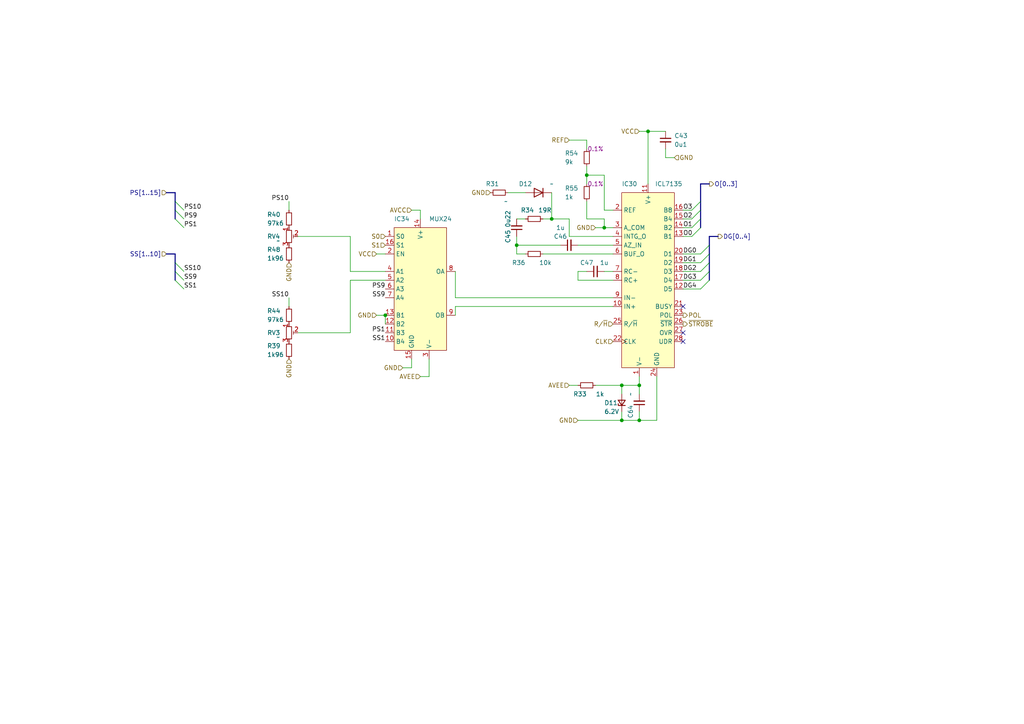
<source format=kicad_sch>
(kicad_sch (version 20211123) (generator eeschema)
  (paper "A4")
  (lib_symbols
    (symbol "Custom:ICL7135"
      (property "Reference" "U?" (at 0 2.54 0))
      (property "Value" "ICL7135" (at 12.7 2.54 0))
      (symbol "ICL7135_0_1"
        (rectangle (start 0 0) (end 15.24 -50.8) (fill (type background)))
      )
      (symbol "ICL7135_1_1"
        (pin input line (at 5.08 -53.34 90) (length 2.54) (name "V-") (number "1"))
        (pin input line (at -2.54 -33.02 0) (length 2.54) (name "IN+") (number "10"))
        (pin input line (at 7.62 2.54 270) (length 2.54) (name "V+") (number "11"))
        (pin input line (at 17.78 -27.94 180) (length 2.54) (name "D5") (number "12"))
        (pin input line (at 17.78 -12.7 180) (length 2.54) (name "B1") (number "13"))
        (pin input line (at 17.78 -10.16 180) (length 2.54) (name "B2") (number "14"))
        (pin input line (at 17.78 -7.62 180) (length 2.54) (name "B4") (number "15"))
        (pin input line (at 17.78 -5.08 180) (length 2.54) (name "B8") (number "16"))
        (pin input line (at 17.78 -25.4 180) (length 2.54) (name "D4") (number "17"))
        (pin input line (at 17.78 -22.86 180) (length 2.54) (name "D3") (number "18"))
        (pin input line (at 17.78 -20.32 180) (length 2.54) (name "D2") (number "19"))
        (pin input line (at -2.54 -5.08 0) (length 2.54) (name "REF") (number "2"))
        (pin input line (at 17.78 -17.78 180) (length 2.54) (name "D1") (number "20"))
        (pin input line (at 17.78 -33.02 180) (length 2.54) (name "BUSY") (number "21"))
        (pin input clock (at -2.54 -43.18 0) (length 2.54) (name "CLK") (number "22"))
        (pin input line (at 17.78 -35.56 180) (length 2.54) (name "POL") (number "23"))
        (pin input line (at 10.16 -53.34 90) (length 2.54) (name "GND") (number "24"))
        (pin input line (at -2.54 -38.1 0) (length 2.54) (name "R/~{H}") (number "25"))
        (pin input line (at 17.78 -38.1 180) (length 2.54) (name "~{STR}") (number "26"))
        (pin input line (at 17.78 -40.64 180) (length 2.54) (name "OVR") (number "27"))
        (pin input line (at 17.78 -43.18 180) (length 2.54) (name "UDR") (number "28"))
        (pin input line (at -2.54 -10.16 0) (length 2.54) (name "A_COM") (number "3"))
        (pin input line (at -2.54 -12.7 0) (length 2.54) (name "INTG_O") (number "4"))
        (pin input line (at -2.54 -15.24 0) (length 2.54) (name "AZ_IN") (number "5"))
        (pin input line (at -2.54 -17.78 0) (length 2.54) (name "BUF_O") (number "6"))
        (pin input line (at -2.54 -22.86 0) (length 2.54) (name "RC-") (number "7"))
        (pin input line (at -2.54 -25.4 0) (length 2.54) (name "RC+") (number "8"))
        (pin input line (at -2.54 -30.48 0) (length 2.54) (name "IN-") (number "9"))
      )
    )
    (symbol "Custom:MUX24"
      (property "Reference" "U?" (at 0 0 0))
      (property "Value" "MUX24" (at 15.24 0 0))
      (symbol "MUX24_0_1"
        (rectangle (start 0 -2.54) (end 15.24 -38.1) (fill (type background)))
      )
      (symbol "MUX24_1_1"
        (pin input line (at -2.54 -5.08 0) (length 2.54) (name "S0") (number "1"))
        (pin input line (at -2.54 -35.56 0) (length 2.54) (name "B4") (number "10"))
        (pin input line (at -2.54 -33.02 0) (length 2.54) (name "B3") (number "11"))
        (pin input line (at -2.54 -30.48 0) (length 2.54) (name "B2") (number "12"))
        (pin input line (at -2.54 -27.94 0) (length 2.54) (name "B1") (number "13"))
        (pin input line (at 7.62 0 270) (length 2.54) (name "V+") (number "14"))
        (pin input line (at 5.08 -40.64 90) (length 2.54) (name "GND") (number "15"))
        (pin input line (at -2.54 -7.62 0) (length 2.54) (name "S1") (number "16"))
        (pin input line (at -2.54 -10.16 0) (length 2.54) (name "EN") (number "2"))
        (pin input line (at 10.16 -40.64 90) (length 2.54) (name "V-") (number "3"))
        (pin input line (at -2.54 -15.24 0) (length 2.54) (name "A1") (number "4"))
        (pin input line (at -2.54 -17.78 0) (length 2.54) (name "A2") (number "5"))
        (pin input line (at -2.54 -20.32 0) (length 2.54) (name "A3") (number "6"))
        (pin input line (at -2.54 -22.86 0) (length 2.54) (name "A4") (number "7"))
        (pin output line (at 17.78 -15.24 180) (length 2.54) (name "OA") (number "8"))
        (pin output line (at 17.78 -27.94 180) (length 2.54) (name "OB") (number "9"))
      )
    )
    (symbol "Custom:R_Trim_Small"
      (property "Reference" "R" (at 0 0 0))
      (property "Value" "R_Trim_Small" (at 7.874 0 0))
      (symbol "R_Trim_Small_0_1"
        (polyline (pts (xy 3.81 -5.08) (xy 4.318 -5.08)))
        (polyline (pts (xy 3.81 -4.572) (xy 3.81 -5.588)))
        (rectangle (start 1.778 -3.302) (end 3.302 -6.858) (stroke (width 0.2032)))
      )
      (symbol "R_Trim_Small_1_1"
        (pin passive line (at 2.54 -2.54 270) (length 0.762) (name "~") (number "1"))
        (pin passive line (at 5.08 -5.08 180) (length 0.762) (name "") (number "2"))
        (pin passive line (at 2.54 -7.62 90) (length 0.762) (name "~") (number "3"))
      )
    )
    (symbol "Device:C_Small" (pin_numbers hide) (pin_names (offset 0.254) hide)
      (property "Reference" "C" (at 0.254 1.778 0))
      (property "Value" "C_Small" (at 0.254 -2.032 0))
      (symbol "C_Small_0_1"
        (polyline (pts (xy -1.524 -0.508) (xy 1.524 -0.508)) (stroke (width 0.3302)))
        (polyline (pts (xy -1.524 0.508) (xy 1.524 0.508)) (stroke (width 0.3048)))
      )
      (symbol "C_Small_1_1"
        (pin passive line (at 0 2.54 270) (length 2.032) (name "~") (number "1"))
        (pin passive line (at 0 -2.54 90) (length 2.032) (name "~") (number "2"))
      )
    )
    (symbol "Device:D_Zener_Small" (pin_numbers hide) (pin_names (offset 0.254) hide)
      (property "Reference" "D" (at 0 2.286 0))
      (property "Value" "D_Zener_Small" (at 0 -2.286 0))
      (symbol "D_Zener_Small_0_1"
        (polyline (pts (xy 0.762 0) (xy -0.762 0)))
        (polyline (pts (xy -0.254 1.016) (xy -0.762 1.016) (xy -0.762 -1.016)) (stroke (width 0.254)))
        (polyline (pts (xy 0.762 1.016) (xy -0.762 0) (xy 0.762 -1.016) (xy 0.762 1.016)) (stroke (width 0.254)))
      )
      (symbol "D_Zener_Small_1_1"
        (pin passive line (at -2.54 0 0) (length 1.778) (name "K") (number "1"))
        (pin passive line (at 2.54 0 180) (length 1.778) (name "A") (number "2"))
      )
    )
    (symbol "Device:R_Small" (pin_numbers hide) (pin_names (offset 0.254) hide)
      (property "Reference" "R" (at 0.762 0.508 0))
      (property "Value" "R_Small" (at 0.762 -1.016 0))
      (symbol "R_Small_0_1"
        (rectangle (start -0.762 1.778) (end 0.762 -1.778) (stroke (width 0.2032)))
      )
      (symbol "R_Small_1_1"
        (pin passive line (at 0 2.54 270) (length 0.762) (name "~") (number "1"))
        (pin passive line (at 0 -2.54 90) (length 0.762) (name "~") (number "2"))
      )
    )
    (symbol "Diode:1N4148" (pin_numbers hide) (pin_names (offset 1.016) hide)
      (property "Reference" "D" (at 0 2.54 0))
      (property "Value" "1N4148" (at 0 -2.54 0))
      (symbol "1N4148_0_1"
        (polyline (pts (xy -1.27 1.27) (xy -1.27 -1.27)) (stroke (width 0.254)))
        (polyline (pts (xy 1.27 0) (xy -1.27 0)))
        (polyline (pts (xy 1.27 1.27) (xy 1.27 -1.27) (xy -1.27 0) (xy 1.27 1.27)) (stroke (width 0.254)))
      )
      (symbol "1N4148_1_1"
        (pin passive line (at -3.81 0 0) (length 2.54) (name "K") (number "1"))
        (pin passive line (at 3.81 0 180) (length 2.54) (name "A") (number "2"))
      )
    )
  )
  (junction (at 160.02 63.5))
  (junction (at 180.34 111.76))
  (junction (at 111.76 91.44))
  (junction (at 180.34 121.92))
  (junction (at 170.18 50.8))
  (junction (at 149.86 71.12))
  (junction (at 175.26 66.04))
  (junction (at 185.42 111.76))
  (junction (at 187.96 38.1))
  (junction (at 185.42 121.92))
  (no_connect (at 198.12 88.9))
  (no_connect (at 198.12 96.52))
  (no_connect (at 198.12 99.06))
  (bus_entry (at 50.8 76.2) (size 2.54 2.54))
  (bus_entry (at 50.8 81.28) (size 2.54 2.54))
  (bus_entry (at 50.8 78.74) (size 2.54 2.54))
  (bus_entry (at 203.2 76.2) (size 2.54 -2.54))
  (bus_entry (at 203.2 73.66) (size 2.54 -2.54))
  (bus_entry (at 203.2 81.28) (size 2.54 -2.54))
  (bus_entry (at 203.2 78.74) (size 2.54 -2.54))
  (bus_entry (at 203.2 83.82) (size 2.54 -2.54))
  (bus_entry (at 200.66 68.58) (size 2.54 -2.54))
  (bus_entry (at 200.66 66.04) (size 2.54 -2.54))
  (bus_entry (at 200.66 60.96) (size 2.54 -2.54))
  (bus_entry (at 200.66 63.5) (size 2.54 -2.54))
  (bus_entry (at 50.8 58.42) (size 2.54 2.54))
  (bus_entry (at 50.8 60.96) (size 2.54 2.54))
  (bus_entry (at 50.8 63.5) (size 2.54 2.54))
  (wire (pts (xy 165.1 63.5) (xy 165.1 68.58)))
  (wire (pts (xy 198.12 68.58) (xy 200.66 68.58)))
  (wire (pts (xy 198.12 73.66) (xy 203.2 73.66)))
  (wire (pts (xy 149.86 73.66) (xy 149.86 71.12)))
  (bus (pts (xy 50.8 76.2) (xy 50.8 78.74)))
  (wire (pts (xy 180.34 111.76) (xy 185.42 111.76)))
  (wire (pts (xy 119.38 60.96) (xy 121.92 60.96)))
  (wire (pts (xy 101.6 78.74) (xy 111.76 78.74)))
  (wire (pts (xy 157.48 63.5) (xy 160.02 63.5)))
  (bus (pts (xy 50.8 55.88) (xy 50.8 58.42)))
  (wire (pts (xy 83.82 86.36) (xy 83.82 88.9)))
  (bus (pts (xy 205.74 68.58) (xy 205.74 71.12)))
  (wire (pts (xy 109.22 73.66) (xy 111.76 73.66)))
  (bus (pts (xy 205.74 76.2) (xy 205.74 78.74)))
  (wire (pts (xy 193.04 43.18) (xy 193.04 45.72)))
  (wire (pts (xy 177.8 88.9) (xy 132.08 88.9)))
  (wire (pts (xy 190.5 109.22) (xy 190.5 121.92)))
  (wire (pts (xy 152.4 73.66) (xy 149.86 73.66)))
  (wire (pts (xy 180.34 119.38) (xy 180.34 121.92)))
  (wire (pts (xy 172.72 66.04) (xy 175.26 66.04)))
  (wire (pts (xy 116.84 106.68) (xy 119.38 106.68)))
  (wire (pts (xy 198.12 60.96) (xy 200.66 60.96)))
  (wire (pts (xy 170.18 58.42) (xy 170.18 63.5)))
  (bus (pts (xy 205.74 78.74) (xy 205.74 81.28)))
  (bus (pts (xy 203.2 60.96) (xy 203.2 63.5)))
  (wire (pts (xy 175.26 78.74) (xy 177.8 78.74)))
  (bus (pts (xy 205.74 53.34) (xy 203.2 53.34)))
  (wire (pts (xy 83.82 58.42) (xy 83.82 60.96)))
  (wire (pts (xy 185.42 109.22) (xy 185.42 111.76)))
  (wire (pts (xy 175.26 60.96) (xy 177.8 60.96)))
  (wire (pts (xy 180.34 121.92) (xy 185.42 121.92)))
  (wire (pts (xy 109.22 91.44) (xy 111.76 91.44)))
  (wire (pts (xy 167.64 78.74) (xy 167.64 81.28)))
  (wire (pts (xy 167.64 71.12) (xy 177.8 71.12)))
  (wire (pts (xy 198.12 81.28) (xy 203.2 81.28)))
  (wire (pts (xy 175.26 63.5) (xy 175.26 66.04)))
  (wire (pts (xy 160.02 55.88) (xy 160.02 63.5)))
  (wire (pts (xy 124.46 104.14) (xy 124.46 109.22)))
  (wire (pts (xy 185.42 114.3) (xy 185.42 111.76)))
  (wire (pts (xy 187.96 38.1) (xy 193.04 38.1)))
  (wire (pts (xy 198.12 83.82) (xy 203.2 83.82)))
  (bus (pts (xy 50.8 78.74) (xy 50.8 81.28)))
  (wire (pts (xy 86.36 68.58) (xy 101.6 68.58)))
  (bus (pts (xy 203.2 53.34) (xy 203.2 58.42)))
  (wire (pts (xy 86.36 96.52) (xy 101.6 96.52)))
  (wire (pts (xy 198.12 63.5) (xy 200.66 63.5)))
  (wire (pts (xy 198.12 76.2) (xy 203.2 76.2)))
  (wire (pts (xy 180.34 114.3) (xy 180.34 111.76)))
  (wire (pts (xy 175.26 66.04) (xy 177.8 66.04)))
  (bus (pts (xy 50.8 73.66) (xy 50.8 76.2)))
  (wire (pts (xy 165.1 63.5) (xy 160.02 63.5)))
  (wire (pts (xy 157.48 73.66) (xy 177.8 73.66)))
  (bus (pts (xy 208.28 68.58) (xy 205.74 68.58)))
  (wire (pts (xy 170.18 40.64) (xy 170.18 43.18)))
  (wire (pts (xy 175.26 50.8) (xy 175.26 60.96)))
  (wire (pts (xy 149.86 71.12) (xy 162.56 71.12)))
  (wire (pts (xy 165.1 40.64) (xy 170.18 40.64)))
  (wire (pts (xy 185.42 38.1) (xy 187.96 38.1)))
  (wire (pts (xy 119.38 104.14) (xy 119.38 106.68)))
  (bus (pts (xy 203.2 58.42) (xy 203.2 60.96)))
  (wire (pts (xy 149.86 68.58) (xy 149.86 71.12)))
  (bus (pts (xy 205.74 73.66) (xy 205.74 76.2)))
  (wire (pts (xy 170.18 63.5) (xy 175.26 63.5)))
  (wire (pts (xy 149.86 63.5) (xy 152.4 63.5)))
  (wire (pts (xy 185.42 121.92) (xy 190.5 121.92)))
  (wire (pts (xy 101.6 96.52) (xy 101.6 81.28)))
  (wire (pts (xy 170.18 50.8) (xy 170.18 53.34)))
  (wire (pts (xy 187.96 38.1) (xy 187.96 53.34)))
  (wire (pts (xy 132.08 78.74) (xy 132.08 86.36)))
  (wire (pts (xy 111.76 91.44) (xy 111.76 93.98)))
  (wire (pts (xy 195.58 45.72) (xy 193.04 45.72)))
  (wire (pts (xy 165.1 111.76) (xy 167.64 111.76)))
  (wire (pts (xy 121.92 60.96) (xy 121.92 63.5)))
  (wire (pts (xy 172.72 111.76) (xy 180.34 111.76)))
  (bus (pts (xy 205.74 71.12) (xy 205.74 73.66)))
  (wire (pts (xy 198.12 78.74) (xy 203.2 78.74)))
  (wire (pts (xy 167.64 121.92) (xy 180.34 121.92)))
  (bus (pts (xy 48.26 73.66) (xy 50.8 73.66)))
  (bus (pts (xy 50.8 60.96) (xy 50.8 63.5)))
  (bus (pts (xy 50.8 58.42) (xy 50.8 60.96)))
  (wire (pts (xy 121.92 109.22) (xy 124.46 109.22)))
  (wire (pts (xy 170.18 48.26) (xy 170.18 50.8)))
  (wire (pts (xy 101.6 81.28) (xy 111.76 81.28)))
  (bus (pts (xy 48.26 55.88) (xy 50.8 55.88)))
  (wire (pts (xy 198.12 66.04) (xy 200.66 66.04)))
  (bus (pts (xy 203.2 63.5) (xy 203.2 66.04)))
  (wire (pts (xy 147.32 55.88) (xy 152.4 55.88)))
  (wire (pts (xy 132.08 86.36) (xy 177.8 86.36)))
  (wire (pts (xy 170.18 78.74) (xy 167.64 78.74)))
  (wire (pts (xy 101.6 68.58) (xy 101.6 78.74)))
  (wire (pts (xy 177.8 68.58) (xy 165.1 68.58)))
  (wire (pts (xy 170.18 50.8) (xy 175.26 50.8)))
  (wire (pts (xy 167.64 81.28) (xy 177.8 81.28)))
  (wire (pts (xy 132.08 88.9) (xy 132.08 91.44)))
  (wire (pts (xy 185.42 119.38) (xy 185.42 121.92)))
  (label "DG2" (at 198.12 78.74 0))
  (label "SS9" (at 111.76 86.36 180))
  (label "O2" (at 198.12 63.5 0))
  (label "DG3" (at 198.12 81.28 0))
  (label "SS1" (at 111.76 99.06 180))
  (label "SS9" (at 53.34 81.28 0))
  (label "PS1" (at 53.34 66.04 0))
  (label "O1" (at 198.12 66.04 0))
  (label "PS10" (at 83.82 58.42 180))
  (label "DG1" (at 198.12 76.2 0))
  (label "SS10" (at 53.34 78.74 0))
  (label "O3" (at 198.12 60.96 0))
  (label "SS1" (at 53.34 83.82 0))
  (label "PS9" (at 53.34 63.5 0))
  (label "DG0" (at 198.12 73.66 0))
  (label "DG4" (at 198.12 83.82 0))
  (label "PS1" (at 111.76 96.52 180))
  (label "PS9" (at 111.76 83.82 180))
  (label "O0" (at 198.12 68.58 0))
  (label "PS10" (at 53.34 60.96 0))
  (label "SS10" (at 83.82 86.36 180))
  (hierarchical_label "DG[0..4]" (shape output) (at 208.28 68.58 0))
  (hierarchical_label "GND" (shape input) (at 116.84 106.68 180))
  (hierarchical_label "CLK" (shape input) (at 177.8 99.06 180))
  (hierarchical_label "PS[1..15]" (shape input) (at 48.26 55.88 180))
  (hierarchical_label "GND" (shape input) (at 167.64 121.92 180))
  (hierarchical_label "AVCC" (shape input) (at 119.38 60.96 180))
  (hierarchical_label "VCC" (shape input) (at 109.22 73.66 180))
  (hierarchical_label "REF" (shape input) (at 165.1 40.64 180))
  (hierarchical_label "GND" (shape input) (at 83.82 76.2 270))
  (hierarchical_label "GND" (shape input) (at 195.58 45.72 0))
  (hierarchical_label "O[0..3]" (shape output) (at 205.74 53.34 0))
  (hierarchical_label "R{slash}~{H}" (shape input) (at 177.8 93.98 180))
  (hierarchical_label "~{STROBE}" (shape output) (at 198.12 93.98 0))
  (hierarchical_label "VCC" (shape input) (at 185.42 38.1 180))
  (hierarchical_label "SS[1..10]" (shape input) (at 48.26 73.66 180))
  (hierarchical_label "GND" (shape input) (at 172.72 66.04 180))
  (hierarchical_label "S0" (shape input) (at 111.76 68.58 180))
  (hierarchical_label "AVEE" (shape input) (at 121.92 109.22 180))
  (hierarchical_label "POL" (shape output) (at 198.12 91.44 0))
  (hierarchical_label "GND" (shape input) (at 142.24 55.88 180))
  (hierarchical_label "GND" (shape input) (at 109.22 91.44 180))
  (hierarchical_label "S1" (shape input) (at 111.76 71.12 180))
  (hierarchical_label "AVEE" (shape input) (at 165.1 111.76 180))
  (hierarchical_label "GND" (shape input) (at 83.82 104.14 270))
  (symbol (lib_id "Device:R_Small") (at 144.78 55.88 90) (unit 1)
    (property "Reference" "R31" (at 144.78 53.34 90) (effects (justify left)))
    (property "Value" "~" (at 147.32 58.42 90) (effects (justify left)))
  )
  (symbol (lib_id "Device:C_Small") (at 193.04 40.64 0) (unit 1)
    (property "Reference" "C43" (at 195.58 39.3762 0) (effects (justify left)))
    (property "Value" "0u1" (at 195.58 41.9162 0) (effects (justify left)))
  )
  (symbol (lib_id "Device:R_Small") (at 170.18 45.72 0) (unit 1)
    (property "Reference" "R54" (at 163.83 44.45 0) (effects (justify left)))
    (property "Value" "9k" (at 163.83 46.99 0) (effects (justify left)))
    (property "Tolerance" "0.1%" (at 172.72 43.18 0))
  )
  (symbol (lib_id "Device:C_Small") (at 172.72 78.74 90) (unit 1)
    (property "Reference" "C47" (at 170.18 76.2 90))
    (property "Value" "1u" (at 175.26 76.2 90))
  )
  (symbol (lib_id "Device:R_Small") (at 83.82 91.44 0) (unit 1)
    (property "Reference" "R44" (at 77.47 90.17 0) (effects (justify left)))
    (property "Value" "97k6" (at 77.47 92.71 0) (effects (justify left)))
  )
  (symbol (lib_id "Diode:1N4148") (at 156.21 55.88 180) (unit 1)
    (property "Reference" "D12" (at 152.4 53.34 0))
    (property "Value" "~" (at 160.02 53.34 0))
    (property "Footprint" "Diode_THT:D_DO-35_SOD27_P7.62mm_Horizontal" (effects hide))
    (property "Datasheet" "https://assets.nexperia.com/documents/data-sheet/1N4148_1N4448.pdf" (effects hide))
  )
  (symbol (lib_id "Device:C_Small") (at 149.86 66.04 180) (unit 1)
    (property "Reference" "C45" (at 147.32 68.58 90))
    (property "Value" "0u22" (at 147.32 63.5 90))
    (property "Rated Voltage" "100V" (effects hide))
  )
  (symbol (lib_id "Custom:MUX24") (at 114.3 63.5 0) (unit 1)
    (property "Reference" "IC34" (at 114.3 63.5 0) (effects (justify left)))
    (property "Value" "MUX24" (at 124.46 63.5 0) (effects (justify left)))
  )
  (symbol (lib_id "Device:R_Small") (at 154.94 73.66 90) (unit 1)
    (property "Reference" "R36" (at 152.4 76.2 90) (effects (justify left)))
    (property "Value" "10k" (at 160.02 76.2 90) (effects (justify left)))
  )
  (symbol (lib_id "Device:R_Small") (at 83.82 63.5 0) (unit 1)
    (property "Reference" "R40" (at 77.47 62.23 0) (effects (justify left)))
    (property "Value" "97k6" (at 77.47 64.77 0) (effects (justify left)))
  )
  (symbol (lib_id "Custom:ICL7135") (at 180.34 55.88 0) (unit 1)
    (property "Reference" "IC30" (at 180.34 53.34 0) (effects (justify left)))
    (property "Value" "ICL7135" (at 189.9794 53.34 0) (effects (justify left)))
  )
  (symbol (lib_id "Device:R_Small") (at 83.82 73.66 0) (unit 1)
    (property "Reference" "R48" (at 77.47 72.39 0) (effects (justify left)))
    (property "Value" "1k96" (at 77.47 74.93 0) (effects (justify left)))
  )
  (symbol (lib_id "Device:R_Small") (at 83.82 101.6 0) (unit 1)
    (property "Reference" "R39" (at 77.47 100.33 0) (effects (justify left)))
    (property "Value" "1k96" (at 77.47 102.87 0) (effects (justify left)))
  )
  (symbol (lib_id "Device:C_Small") (at 185.42 116.84 180) (unit 1)
    (property "Reference" "C64" (at 182.88 119.38 90))
    (property "Value" "~" (at 182.88 114.3 90))
    (property "Rated Voltage" "100V" (effects hide))
  )
  (symbol (lib_id "Device:R_Small") (at 154.94 63.5 90) (unit 1)
    (property "Reference" "R34" (at 154.94 60.96 90) (effects (justify left)))
    (property "Value" "19R" (at 160.02 60.96 90) (effects (justify left)))
  )
  (symbol (lib_id "Custom:R_Trim_Small") (at 81.28 91.44 0) (unit 1)
    (property "Reference" "RV3" (at 81.28 96.52 0) (effects (justify right)))
    (property "Value" "~" (at 81.28 97.79 0) (effects (justify right)))
  )
  (symbol (lib_id "Device:C_Small") (at 165.1 71.12 90) (unit 1)
    (property "Reference" "C46" (at 162.56 68.58 90))
    (property "Value" "1u" (at 162.56 66.04 90))
  )
  (symbol (lib_id "Device:R_Small") (at 170.18 111.76 90) (unit 1)
    (property "Reference" "R33" (at 170.18 114.3 90) (effects (justify left)))
    (property "Value" "1k" (at 175.26 114.3 90) (effects (justify left)))
  )
  (symbol (lib_id "Device:R_Small") (at 170.18 55.88 0) (unit 1)
    (property "Reference" "R55" (at 163.83 54.61 0) (effects (justify left)))
    (property "Value" "1k" (at 163.83 57.15 0) (effects (justify left)))
    (property "Tolerance" "0.1%" (at 172.72 53.34 0))
  )
  (symbol (lib_id "Custom:R_Trim_Small") (at 81.28 63.5 0) (unit 1)
    (property "Reference" "RV4" (at 81.28 68.58 0) (effects (justify right)))
    (property "Value" "~" (at 81.28 69.85 0) (effects (justify right)))
  )
  (symbol (lib_id "Device:D_Zener_Small") (at 180.34 116.84 90) (unit 1)
    (property "Reference" "D11" (at 175.26 116.84 90) (effects (justify right)))
    (property "Value" "6.2V" (at 175.26 119.38 90) (effects (justify right)))
  )
)
</source>
